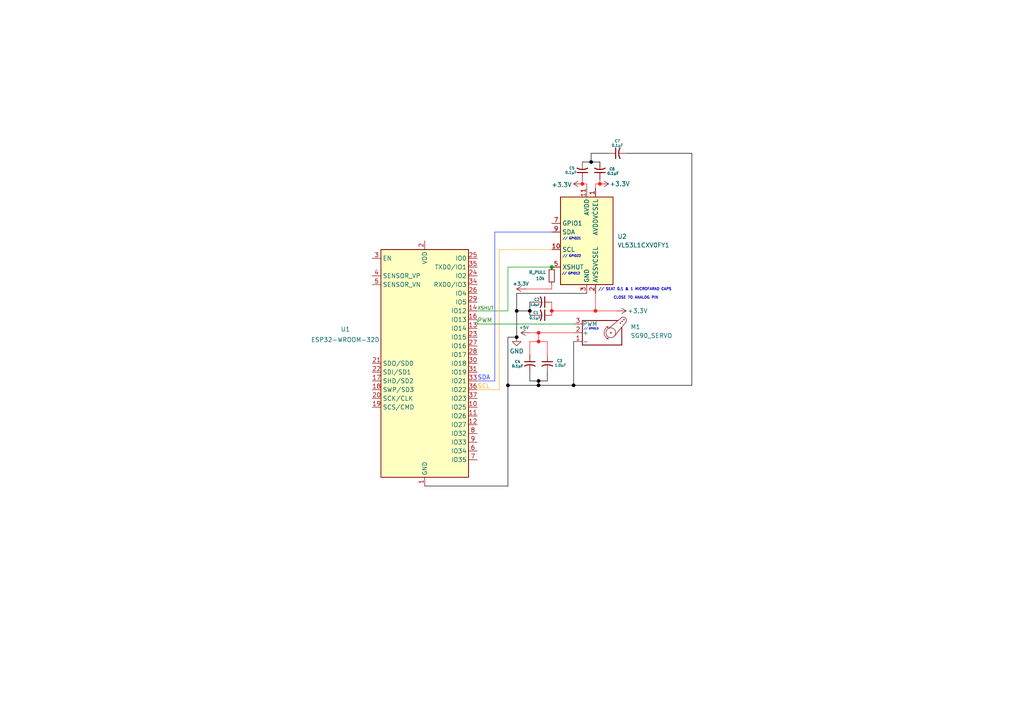
<source format=kicad_sch>
(kicad_sch
	(version 20250114)
	(generator "eeschema")
	(generator_version "9.0")
	(uuid "519532bd-c441-42df-8cc6-87451ae2e495")
	(paper "A4")
	(lib_symbols
		(symbol "Device:C_Small_US"
			(pin_numbers
				(hide yes)
			)
			(pin_names
				(offset 0.254)
				(hide yes)
			)
			(exclude_from_sim no)
			(in_bom yes)
			(on_board yes)
			(property "Reference" "C_DECOUPLE"
				(at -6.35 -0.127 90)
				(effects
					(font
						(size 0.762 0.762)
					)
				)
			)
			(property "Value" "0.1μF"
				(at -3.81 -0.127 90)
				(effects
					(font
						(size 0.762 0.762)
					)
				)
			)
			(property "Footprint" ""
				(at 0 0 0)
				(effects
					(font
						(size 1.27 1.27)
					)
					(hide yes)
				)
			)
			(property "Datasheet" ""
				(at 0 0 0)
				(effects
					(font
						(size 1.27 1.27)
					)
					(hide yes)
				)
			)
			(property "Description" "capacitor, small US symbol"
				(at 0 0 0)
				(effects
					(font
						(size 1.27 1.27)
					)
					(hide yes)
				)
			)
			(property "ki_keywords" "cap capacitor"
				(at 0 0 0)
				(effects
					(font
						(size 1.27 1.27)
					)
					(hide yes)
				)
			)
			(property "ki_fp_filters" "C_*"
				(at 0 0 0)
				(effects
					(font
						(size 1.27 1.27)
					)
					(hide yes)
				)
			)
			(symbol "C_Small_US_0_1"
				(polyline
					(pts
						(xy -1.524 0.508) (xy 1.524 0.508)
					)
					(stroke
						(width 0.3048)
						(type default)
					)
					(fill
						(type none)
					)
				)
				(arc
					(start -1.524 -0.762)
					(mid 0 -0.3734)
					(end 1.524 -0.762)
					(stroke
						(width 0.3048)
						(type default)
					)
					(fill
						(type none)
					)
				)
			)
			(symbol "C_Small_US_1_1"
				(pin passive line
					(at 0 2.54 270)
					(length 2.032)
					(name "~"
						(effects
							(font
								(size 1.27 1.27)
							)
						)
					)
					(number "1"
						(effects
							(font
								(size 1.27 1.27)
							)
						)
					)
				)
				(pin passive line
					(at 0 -2.54 90)
					(length 2.032)
					(name "~"
						(effects
							(font
								(size 1.27 1.27)
							)
						)
					)
					(number "2"
						(effects
							(font
								(size 1.27 1.27)
							)
						)
					)
				)
			)
			(embedded_fonts no)
		)
		(symbol "Device:R_Small"
			(pin_numbers
				(hide yes)
			)
			(pin_names
				(offset 0.254)
				(hide yes)
			)
			(exclude_from_sim no)
			(in_bom yes)
			(on_board yes)
			(property "Reference" "R"
				(at 0 0 90)
				(effects
					(font
						(size 1.016 1.016)
					)
				)
			)
			(property "Value" "R_Small"
				(at 1.778 0 90)
				(effects
					(font
						(size 1.27 1.27)
					)
				)
			)
			(property "Footprint" ""
				(at 0 0 0)
				(effects
					(font
						(size 1.27 1.27)
					)
					(hide yes)
				)
			)
			(property "Datasheet" "~"
				(at 0 0 0)
				(effects
					(font
						(size 1.27 1.27)
					)
					(hide yes)
				)
			)
			(property "Description" "Resistor, small symbol"
				(at 0 0 0)
				(effects
					(font
						(size 1.27 1.27)
					)
					(hide yes)
				)
			)
			(property "ki_keywords" "R resistor"
				(at 0 0 0)
				(effects
					(font
						(size 1.27 1.27)
					)
					(hide yes)
				)
			)
			(property "ki_fp_filters" "R_*"
				(at 0 0 0)
				(effects
					(font
						(size 1.27 1.27)
					)
					(hide yes)
				)
			)
			(symbol "R_Small_0_1"
				(rectangle
					(start -0.762 1.778)
					(end 0.762 -1.778)
					(stroke
						(width 0.2032)
						(type default)
					)
					(fill
						(type none)
					)
				)
			)
			(symbol "R_Small_1_1"
				(pin passive line
					(at 0 2.54 270)
					(length 0.762)
					(name "~"
						(effects
							(font
								(size 1.27 1.27)
							)
						)
					)
					(number "1"
						(effects
							(font
								(size 1.27 1.27)
							)
						)
					)
				)
				(pin passive line
					(at 0 -2.54 90)
					(length 0.762)
					(name "~"
						(effects
							(font
								(size 1.27 1.27)
							)
						)
					)
					(number "2"
						(effects
							(font
								(size 1.27 1.27)
							)
						)
					)
				)
			)
			(embedded_fonts no)
		)
		(symbol "Motor:Motor_Servo"
			(pin_names
				(offset 0.0254)
			)
			(exclude_from_sim no)
			(in_bom yes)
			(on_board yes)
			(property "Reference" "M1"
				(at 8.89 1.7032 0)
				(effects
					(font
						(size 1.27 1.27)
					)
					(justify left)
				)
			)
			(property "Value" "SG90_SERVO"
				(at 8.89 -0.8368 0)
				(effects
					(font
						(size 1.27 1.27)
					)
					(justify left)
				)
			)
			(property "Footprint" ""
				(at 0 -4.826 0)
				(effects
					(font
						(size 1.27 1.27)
					)
					(hide yes)
				)
			)
			(property "Datasheet" "http://forums.parallax.com/uploads/attachments/46831/74481.png"
				(at 0 -4.826 0)
				(effects
					(font
						(size 1.27 1.27)
					)
					(hide yes)
				)
			)
			(property "Description" "Servo Motor (Futaba, HiTec, JR connector)"
				(at 0 0 0)
				(effects
					(font
						(size 1.27 1.27)
					)
					(hide yes)
				)
			)
			(property "ki_keywords" "Servo Motor"
				(at 0 0 0)
				(effects
					(font
						(size 1.27 1.27)
					)
					(hide yes)
				)
			)
			(property "ki_fp_filters" "PinHeader*P2.54mm*"
				(at 0 0 0)
				(effects
					(font
						(size 1.27 1.27)
					)
					(hide yes)
				)
			)
			(symbol "Motor_Servo_0_1"
				(polyline
					(pts
						(xy 2.413 1.778) (xy 1.905 1.778)
					)
					(stroke
						(width 0)
						(type default)
					)
					(fill
						(type none)
					)
				)
				(polyline
					(pts
						(xy 2.413 1.778) (xy 2.286 1.397)
					)
					(stroke
						(width 0)
						(type default)
					)
					(fill
						(type none)
					)
				)
				(polyline
					(pts
						(xy 2.413 -1.778) (xy 2.032 -1.778)
					)
					(stroke
						(width 0)
						(type default)
					)
					(fill
						(type none)
					)
				)
				(polyline
					(pts
						(xy 2.413 -1.778) (xy 2.286 -1.397)
					)
					(stroke
						(width 0)
						(type default)
					)
					(fill
						(type none)
					)
				)
				(arc
					(start 2.413 -1.778)
					(mid 1.2406 0)
					(end 2.413 1.778)
					(stroke
						(width 0)
						(type default)
					)
					(fill
						(type none)
					)
				)
				(circle
					(center 3.175 0)
					(radius 0.1778)
					(stroke
						(width 0)
						(type default)
					)
					(fill
						(type none)
					)
				)
				(circle
					(center 3.175 0)
					(radius 1.4224)
					(stroke
						(width 0)
						(type default)
					)
					(fill
						(type none)
					)
				)
				(polyline
					(pts
						(xy 5.08 3.556) (xy -5.08 3.556) (xy -5.08 -3.556) (xy 6.35 -3.556) (xy 6.35 1.524)
					)
					(stroke
						(width 0.254)
						(type default)
					)
					(fill
						(type none)
					)
				)
				(circle
					(center 5.969 2.794)
					(radius 0.127)
					(stroke
						(width 0)
						(type default)
					)
					(fill
						(type none)
					)
				)
				(polyline
					(pts
						(xy 6.35 4.445) (xy 2.54 1.27)
					)
					(stroke
						(width 0)
						(type default)
					)
					(fill
						(type none)
					)
				)
				(circle
					(center 6.477 3.302)
					(radius 0.127)
					(stroke
						(width 0)
						(type default)
					)
					(fill
						(type none)
					)
				)
				(arc
					(start 6.35 4.445)
					(mid 7.4487 4.2737)
					(end 7.62 3.175)
					(stroke
						(width 0)
						(type default)
					)
					(fill
						(type none)
					)
				)
				(circle
					(center 6.985 3.81)
					(radius 0.127)
					(stroke
						(width 0)
						(type default)
					)
					(fill
						(type none)
					)
				)
				(polyline
					(pts
						(xy 7.62 3.175) (xy 4.191 -1.016)
					)
					(stroke
						(width 0)
						(type default)
					)
					(fill
						(type none)
					)
				)
			)
			(symbol "Motor_Servo_1_1"
				(pin passive line
					(at -7.62 2.54 0)
					(length 2.54)
					(name "PWM"
						(effects
							(font
								(size 1.27 1.27)
							)
						)
					)
					(number "3"
						(effects
							(font
								(size 1.27 1.27)
							)
						)
					)
				)
				(pin passive line
					(at -7.62 0 0)
					(length 2.54)
					(name "+"
						(effects
							(font
								(size 1.27 1.27)
							)
						)
					)
					(number "2"
						(effects
							(font
								(size 1.27 1.27)
							)
						)
					)
				)
				(pin passive line
					(at -7.62 -2.54 0)
					(length 2.54)
					(name "-"
						(effects
							(font
								(size 1.27 1.27)
							)
						)
					)
					(number "1"
						(effects
							(font
								(size 1.27 1.27)
							)
						)
					)
				)
			)
			(embedded_fonts no)
		)
		(symbol "RF_Module:ESP32-WROOM-32D"
			(exclude_from_sim no)
			(in_bom yes)
			(on_board yes)
			(property "Reference" "U"
				(at -12.7 34.29 0)
				(effects
					(font
						(size 1.27 1.27)
					)
					(justify left)
				)
			)
			(property "Value" "ESP32-WROOM-32D"
				(at 1.27 34.29 0)
				(effects
					(font
						(size 1.27 1.27)
					)
					(justify left)
				)
			)
			(property "Footprint" "RF_Module:ESP32-WROOM-32D"
				(at 16.51 -34.29 0)
				(effects
					(font
						(size 1.27 1.27)
					)
					(hide yes)
				)
			)
			(property "Datasheet" "https://www.espressif.com/sites/default/files/documentation/esp32-wroom-32d_esp32-wroom-32u_datasheet_en.pdf"
				(at -7.62 1.27 0)
				(effects
					(font
						(size 1.27 1.27)
					)
					(hide yes)
				)
			)
			(property "Description" "RF Module, ESP32-D0WD SoC, Wi-Fi 802.11b/g/n, Bluetooth, BLE, 32-bit, 2.7-3.6V, onboard antenna, SMD"
				(at 0 0 0)
				(effects
					(font
						(size 1.27 1.27)
					)
					(hide yes)
				)
			)
			(property "ki_keywords" "RF Radio BT ESP ESP32 Espressif onboard PCB antenna"
				(at 0 0 0)
				(effects
					(font
						(size 1.27 1.27)
					)
					(hide yes)
				)
			)
			(property "ki_fp_filters" "ESP32?WROOM?32D*"
				(at 0 0 0)
				(effects
					(font
						(size 1.27 1.27)
					)
					(hide yes)
				)
			)
			(symbol "ESP32-WROOM-32D_0_1"
				(rectangle
					(start -12.7 33.02)
					(end 12.7 -33.02)
					(stroke
						(width 0.254)
						(type default)
					)
					(fill
						(type background)
					)
				)
			)
			(symbol "ESP32-WROOM-32D_1_1"
				(pin input line
					(at -15.24 30.48 0)
					(length 2.54)
					(name "EN"
						(effects
							(font
								(size 1.27 1.27)
							)
						)
					)
					(number "3"
						(effects
							(font
								(size 1.27 1.27)
							)
						)
					)
				)
				(pin input line
					(at -15.24 25.4 0)
					(length 2.54)
					(name "SENSOR_VP"
						(effects
							(font
								(size 1.27 1.27)
							)
						)
					)
					(number "4"
						(effects
							(font
								(size 1.27 1.27)
							)
						)
					)
				)
				(pin input line
					(at -15.24 22.86 0)
					(length 2.54)
					(name "SENSOR_VN"
						(effects
							(font
								(size 1.27 1.27)
							)
						)
					)
					(number "5"
						(effects
							(font
								(size 1.27 1.27)
							)
						)
					)
				)
				(pin bidirectional line
					(at -15.24 0 0)
					(length 2.54)
					(name "SDO/SD0"
						(effects
							(font
								(size 1.27 1.27)
							)
						)
					)
					(number "21"
						(effects
							(font
								(size 1.27 1.27)
							)
						)
					)
				)
				(pin bidirectional line
					(at -15.24 -2.54 0)
					(length 2.54)
					(name "SDI/SD1"
						(effects
							(font
								(size 1.27 1.27)
							)
						)
					)
					(number "22"
						(effects
							(font
								(size 1.27 1.27)
							)
						)
					)
				)
				(pin bidirectional line
					(at -15.24 -5.08 0)
					(length 2.54)
					(name "SHD/SD2"
						(effects
							(font
								(size 1.27 1.27)
							)
						)
					)
					(number "17"
						(effects
							(font
								(size 1.27 1.27)
							)
						)
					)
				)
				(pin bidirectional line
					(at -15.24 -7.62 0)
					(length 2.54)
					(name "SWP/SD3"
						(effects
							(font
								(size 1.27 1.27)
							)
						)
					)
					(number "18"
						(effects
							(font
								(size 1.27 1.27)
							)
						)
					)
				)
				(pin bidirectional line
					(at -15.24 -10.16 0)
					(length 2.54)
					(name "SCK/CLK"
						(effects
							(font
								(size 1.27 1.27)
							)
						)
					)
					(number "20"
						(effects
							(font
								(size 1.27 1.27)
							)
						)
					)
				)
				(pin bidirectional line
					(at -15.24 -12.7 0)
					(length 2.54)
					(name "SCS/CMD"
						(effects
							(font
								(size 1.27 1.27)
							)
						)
					)
					(number "19"
						(effects
							(font
								(size 1.27 1.27)
							)
						)
					)
				)
				(pin no_connect line
					(at -12.7 -27.94 0)
					(length 2.54)
					(hide yes)
					(name "NC"
						(effects
							(font
								(size 1.27 1.27)
							)
						)
					)
					(number "32"
						(effects
							(font
								(size 1.27 1.27)
							)
						)
					)
				)
				(pin power_in line
					(at 0 35.56 270)
					(length 2.54)
					(name "VDD"
						(effects
							(font
								(size 1.27 1.27)
							)
						)
					)
					(number "2"
						(effects
							(font
								(size 1.27 1.27)
							)
						)
					)
				)
				(pin power_in line
					(at 0 -35.56 90)
					(length 2.54)
					(name "GND"
						(effects
							(font
								(size 1.27 1.27)
							)
						)
					)
					(number "1"
						(effects
							(font
								(size 1.27 1.27)
							)
						)
					)
				)
				(pin passive line
					(at 0 -35.56 90)
					(length 2.54)
					(hide yes)
					(name "GND"
						(effects
							(font
								(size 1.27 1.27)
							)
						)
					)
					(number "15"
						(effects
							(font
								(size 1.27 1.27)
							)
						)
					)
				)
				(pin passive line
					(at 0 -35.56 90)
					(length 2.54)
					(hide yes)
					(name "GND"
						(effects
							(font
								(size 1.27 1.27)
							)
						)
					)
					(number "38"
						(effects
							(font
								(size 1.27 1.27)
							)
						)
					)
				)
				(pin passive line
					(at 0 -35.56 90)
					(length 2.54)
					(hide yes)
					(name "GND"
						(effects
							(font
								(size 1.27 1.27)
							)
						)
					)
					(number "39"
						(effects
							(font
								(size 1.27 1.27)
							)
						)
					)
				)
				(pin bidirectional line
					(at 15.24 30.48 180)
					(length 2.54)
					(name "IO0"
						(effects
							(font
								(size 1.27 1.27)
							)
						)
					)
					(number "25"
						(effects
							(font
								(size 1.27 1.27)
							)
						)
					)
				)
				(pin bidirectional line
					(at 15.24 27.94 180)
					(length 2.54)
					(name "TXD0/IO1"
						(effects
							(font
								(size 1.27 1.27)
							)
						)
					)
					(number "35"
						(effects
							(font
								(size 1.27 1.27)
							)
						)
					)
				)
				(pin bidirectional line
					(at 15.24 25.4 180)
					(length 2.54)
					(name "IO2"
						(effects
							(font
								(size 1.27 1.27)
							)
						)
					)
					(number "24"
						(effects
							(font
								(size 1.27 1.27)
							)
						)
					)
				)
				(pin bidirectional line
					(at 15.24 22.86 180)
					(length 2.54)
					(name "RXD0/IO3"
						(effects
							(font
								(size 1.27 1.27)
							)
						)
					)
					(number "34"
						(effects
							(font
								(size 1.27 1.27)
							)
						)
					)
				)
				(pin bidirectional line
					(at 15.24 20.32 180)
					(length 2.54)
					(name "IO4"
						(effects
							(font
								(size 1.27 1.27)
							)
						)
					)
					(number "26"
						(effects
							(font
								(size 1.27 1.27)
							)
						)
					)
				)
				(pin bidirectional line
					(at 15.24 17.78 180)
					(length 2.54)
					(name "IO5"
						(effects
							(font
								(size 1.27 1.27)
							)
						)
					)
					(number "29"
						(effects
							(font
								(size 1.27 1.27)
							)
						)
					)
				)
				(pin bidirectional line
					(at 15.24 15.24 180)
					(length 2.54)
					(name "IO12"
						(effects
							(font
								(size 1.27 1.27)
							)
						)
					)
					(number "14"
						(effects
							(font
								(size 1.27 1.27)
							)
						)
					)
				)
				(pin bidirectional line
					(at 15.24 12.7 180)
					(length 2.54)
					(name "IO13"
						(effects
							(font
								(size 1.27 1.27)
							)
						)
					)
					(number "16"
						(effects
							(font
								(size 1.27 1.27)
							)
						)
					)
				)
				(pin bidirectional line
					(at 15.24 10.16 180)
					(length 2.54)
					(name "IO14"
						(effects
							(font
								(size 1.27 1.27)
							)
						)
					)
					(number "13"
						(effects
							(font
								(size 1.27 1.27)
							)
						)
					)
				)
				(pin bidirectional line
					(at 15.24 7.62 180)
					(length 2.54)
					(name "IO15"
						(effects
							(font
								(size 1.27 1.27)
							)
						)
					)
					(number "23"
						(effects
							(font
								(size 1.27 1.27)
							)
						)
					)
				)
				(pin bidirectional line
					(at 15.24 5.08 180)
					(length 2.54)
					(name "IO16"
						(effects
							(font
								(size 1.27 1.27)
							)
						)
					)
					(number "27"
						(effects
							(font
								(size 1.27 1.27)
							)
						)
					)
				)
				(pin bidirectional line
					(at 15.24 2.54 180)
					(length 2.54)
					(name "IO17"
						(effects
							(font
								(size 1.27 1.27)
							)
						)
					)
					(number "28"
						(effects
							(font
								(size 1.27 1.27)
							)
						)
					)
				)
				(pin bidirectional line
					(at 15.24 0 180)
					(length 2.54)
					(name "IO18"
						(effects
							(font
								(size 1.27 1.27)
							)
						)
					)
					(number "30"
						(effects
							(font
								(size 1.27 1.27)
							)
						)
					)
				)
				(pin bidirectional line
					(at 15.24 -2.54 180)
					(length 2.54)
					(name "IO19"
						(effects
							(font
								(size 1.27 1.27)
							)
						)
					)
					(number "31"
						(effects
							(font
								(size 1.27 1.27)
							)
						)
					)
				)
				(pin bidirectional line
					(at 15.24 -5.08 180)
					(length 2.54)
					(name "IO21"
						(effects
							(font
								(size 1.27 1.27)
							)
						)
					)
					(number "33"
						(effects
							(font
								(size 1.27 1.27)
							)
						)
					)
				)
				(pin bidirectional line
					(at 15.24 -7.62 180)
					(length 2.54)
					(name "IO22"
						(effects
							(font
								(size 1.27 1.27)
							)
						)
					)
					(number "36"
						(effects
							(font
								(size 1.27 1.27)
							)
						)
					)
				)
				(pin bidirectional line
					(at 15.24 -10.16 180)
					(length 2.54)
					(name "IO23"
						(effects
							(font
								(size 1.27 1.27)
							)
						)
					)
					(number "37"
						(effects
							(font
								(size 1.27 1.27)
							)
						)
					)
				)
				(pin bidirectional line
					(at 15.24 -12.7 180)
					(length 2.54)
					(name "IO25"
						(effects
							(font
								(size 1.27 1.27)
							)
						)
					)
					(number "10"
						(effects
							(font
								(size 1.27 1.27)
							)
						)
					)
				)
				(pin bidirectional line
					(at 15.24 -15.24 180)
					(length 2.54)
					(name "IO26"
						(effects
							(font
								(size 1.27 1.27)
							)
						)
					)
					(number "11"
						(effects
							(font
								(size 1.27 1.27)
							)
						)
					)
				)
				(pin bidirectional line
					(at 15.24 -17.78 180)
					(length 2.54)
					(name "IO27"
						(effects
							(font
								(size 1.27 1.27)
							)
						)
					)
					(number "12"
						(effects
							(font
								(size 1.27 1.27)
							)
						)
					)
				)
				(pin bidirectional line
					(at 15.24 -20.32 180)
					(length 2.54)
					(name "IO32"
						(effects
							(font
								(size 1.27 1.27)
							)
						)
					)
					(number "8"
						(effects
							(font
								(size 1.27 1.27)
							)
						)
					)
				)
				(pin bidirectional line
					(at 15.24 -22.86 180)
					(length 2.54)
					(name "IO33"
						(effects
							(font
								(size 1.27 1.27)
							)
						)
					)
					(number "9"
						(effects
							(font
								(size 1.27 1.27)
							)
						)
					)
				)
				(pin input line
					(at 15.24 -25.4 180)
					(length 2.54)
					(name "IO34"
						(effects
							(font
								(size 1.27 1.27)
							)
						)
					)
					(number "6"
						(effects
							(font
								(size 1.27 1.27)
							)
						)
					)
				)
				(pin input line
					(at 15.24 -27.94 180)
					(length 2.54)
					(name "IO35"
						(effects
							(font
								(size 1.27 1.27)
							)
						)
					)
					(number "7"
						(effects
							(font
								(size 1.27 1.27)
							)
						)
					)
				)
			)
			(embedded_fonts no)
		)
		(symbol "Sensor_Distance:VL53L1CXV0FY1"
			(exclude_from_sim no)
			(in_bom yes)
			(on_board yes)
			(property "Reference" "U2"
				(at 8.89 1.2701 0)
				(effects
					(font
						(size 1.27 1.27)
					)
					(justify left)
				)
			)
			(property "Value" "VL53L1CXV0FY1"
				(at 8.89 -1.2699 0)
				(effects
					(font
						(size 1.27 1.27)
					)
					(justify left)
				)
			)
			(property "Footprint" "Sensor_Distance:ST_VL53L1x"
				(at 17.145 -13.97 0)
				(effects
					(font
						(size 1.27 1.27)
					)
					(hide yes)
				)
			)
			(property "Datasheet" "https://www.st.com/resource/en/datasheet/vl53l1x.pdf"
				(at 2.54 0 0)
				(effects
					(font
						(size 1.27 1.27)
					)
					(hide yes)
				)
			)
			(property "Description" "4m distance ranging ToF sensor, Optical LGA12"
				(at 0 0 0)
				(effects
					(font
						(size 1.27 1.27)
					)
					(hide yes)
				)
			)
			(property "ki_keywords" "VL53L1x ToF"
				(at 0 0 0)
				(effects
					(font
						(size 1.27 1.27)
					)
					(hide yes)
				)
			)
			(property "ki_fp_filters" "ST*VL53L1x*"
				(at 0 0 0)
				(effects
					(font
						(size 1.27 1.27)
					)
					(hide yes)
				)
			)
			(symbol "VL53L1CXV0FY1_0_1"
				(rectangle
					(start -7.62 12.7)
					(end 7.62 -12.7)
					(stroke
						(width 0.254)
						(type default)
					)
					(fill
						(type background)
					)
				)
			)
			(symbol "VL53L1CXV0FY1_1_1"
				(pin open_collector line
					(at -10.16 5.08 0)
					(length 2.54)
					(name "GPIO1"
						(effects
							(font
								(size 1.27 1.27)
							)
						)
					)
					(number "7"
						(effects
							(font
								(size 1.27 1.27)
							)
						)
					)
				)
				(pin bidirectional line
					(at -10.16 2.54 0)
					(length 2.54)
					(name "SDA"
						(effects
							(font
								(size 1.27 1.27)
							)
						)
					)
					(number "9"
						(effects
							(font
								(size 1.27 1.27)
							)
						)
					)
				)
				(pin input line
					(at -10.16 -2.54 0)
					(length 2.54)
					(name "SCL"
						(effects
							(font
								(size 1.27 1.27)
							)
						)
					)
					(number "10"
						(effects
							(font
								(size 1.27 1.27)
							)
						)
					)
				)
				(pin input line
					(at -10.16 -7.62 0)
					(length 2.54)
					(name "XSHUT"
						(effects
							(font
								(size 1.27 1.27)
							)
						)
					)
					(number "5"
						(effects
							(font
								(size 1.27 1.27)
							)
						)
					)
				)
				(pin no_connect line
					(at -7.62 7.62 0)
					(length 2.54)
					(hide yes)
					(name "DNC"
						(effects
							(font
								(size 1.27 1.27)
							)
						)
					)
					(number "8"
						(effects
							(font
								(size 1.27 1.27)
							)
						)
					)
				)
				(pin power_in line
					(at 0 15.24 270)
					(length 2.54)
					(name "AVDD"
						(effects
							(font
								(size 1.27 1.27)
							)
						)
					)
					(number "11"
						(effects
							(font
								(size 1.27 1.27)
							)
						)
					)
				)
				(pin passive line
					(at 0 -15.24 90)
					(length 2.54)
					(hide yes)
					(name "GND"
						(effects
							(font
								(size 1.27 1.27)
							)
						)
					)
					(number "12"
						(effects
							(font
								(size 1.27 1.27)
							)
						)
					)
				)
				(pin power_in line
					(at 0 -15.24 90)
					(length 2.54)
					(name "GND"
						(effects
							(font
								(size 1.27 1.27)
							)
						)
					)
					(number "3"
						(effects
							(font
								(size 1.27 1.27)
							)
						)
					)
				)
				(pin passive line
					(at 0 -15.24 90)
					(length 2.54)
					(hide yes)
					(name "GND"
						(effects
							(font
								(size 1.27 1.27)
							)
						)
					)
					(number "4"
						(effects
							(font
								(size 1.27 1.27)
							)
						)
					)
				)
				(pin passive line
					(at 0 -15.24 90)
					(length 2.54)
					(hide yes)
					(name "GND"
						(effects
							(font
								(size 1.27 1.27)
							)
						)
					)
					(number "6"
						(effects
							(font
								(size 1.27 1.27)
							)
						)
					)
				)
				(pin power_in line
					(at 2.54 15.24 270)
					(length 2.54)
					(name "AVDDVCSEL"
						(effects
							(font
								(size 1.27 1.27)
							)
						)
					)
					(number "1"
						(effects
							(font
								(size 1.27 1.27)
							)
						)
					)
				)
				(pin power_in line
					(at 2.54 -15.24 90)
					(length 2.54)
					(name "AVSSVCSEL"
						(effects
							(font
								(size 1.27 1.27)
							)
						)
					)
					(number "2"
						(effects
							(font
								(size 1.27 1.27)
							)
						)
					)
				)
			)
			(embedded_fonts no)
		)
		(symbol "power:+3.3V"
			(power)
			(pin_numbers
				(hide yes)
			)
			(pin_names
				(offset 0)
				(hide yes)
			)
			(exclude_from_sim no)
			(in_bom yes)
			(on_board yes)
			(property "Reference" "#PWR"
				(at 0 -3.81 0)
				(effects
					(font
						(size 1.27 1.27)
					)
					(hide yes)
				)
			)
			(property "Value" "+3.3V"
				(at 0 3.556 0)
				(effects
					(font
						(size 1.27 1.27)
					)
				)
			)
			(property "Footprint" ""
				(at 0 0 0)
				(effects
					(font
						(size 1.27 1.27)
					)
					(hide yes)
				)
			)
			(property "Datasheet" ""
				(at 0 0 0)
				(effects
					(font
						(size 1.27 1.27)
					)
					(hide yes)
				)
			)
			(property "Description" "Power symbol creates a global label with name \"+3.3V\""
				(at 0 0 0)
				(effects
					(font
						(size 1.27 1.27)
					)
					(hide yes)
				)
			)
			(property "ki_keywords" "global power"
				(at 0 0 0)
				(effects
					(font
						(size 1.27 1.27)
					)
					(hide yes)
				)
			)
			(symbol "+3.3V_0_1"
				(polyline
					(pts
						(xy -0.762 1.27) (xy 0 2.54)
					)
					(stroke
						(width 0)
						(type default)
					)
					(fill
						(type none)
					)
				)
				(polyline
					(pts
						(xy 0 2.54) (xy 0.762 1.27)
					)
					(stroke
						(width 0)
						(type default)
					)
					(fill
						(type none)
					)
				)
				(polyline
					(pts
						(xy 0 0) (xy 0 2.54)
					)
					(stroke
						(width 0)
						(type default)
					)
					(fill
						(type none)
					)
				)
			)
			(symbol "+3.3V_1_1"
				(pin power_in line
					(at 0 0 90)
					(length 0)
					(name "~"
						(effects
							(font
								(size 1.27 1.27)
							)
						)
					)
					(number "1"
						(effects
							(font
								(size 1.27 1.27)
							)
						)
					)
				)
			)
			(embedded_fonts no)
		)
		(symbol "power:+5V"
			(power)
			(pin_numbers
				(hide yes)
			)
			(pin_names
				(offset 0)
				(hide yes)
			)
			(exclude_from_sim no)
			(in_bom yes)
			(on_board yes)
			(property "Reference" "#PWR"
				(at 0 -3.81 0)
				(effects
					(font
						(size 1.27 1.27)
					)
					(hide yes)
				)
			)
			(property "Value" "+5V"
				(at 0 3.556 0)
				(effects
					(font
						(size 1.27 1.27)
					)
				)
			)
			(property "Footprint" ""
				(at 0 0 0)
				(effects
					(font
						(size 1.27 1.27)
					)
					(hide yes)
				)
			)
			(property "Datasheet" ""
				(at 0 0 0)
				(effects
					(font
						(size 1.27 1.27)
					)
					(hide yes)
				)
			)
			(property "Description" "Power symbol creates a global label with name \"+5V\""
				(at 0 0 0)
				(effects
					(font
						(size 1.27 1.27)
					)
					(hide yes)
				)
			)
			(property "ki_keywords" "global power"
				(at 0 0 0)
				(effects
					(font
						(size 1.27 1.27)
					)
					(hide yes)
				)
			)
			(symbol "+5V_0_1"
				(polyline
					(pts
						(xy -0.762 1.27) (xy 0 2.54)
					)
					(stroke
						(width 0)
						(type default)
					)
					(fill
						(type none)
					)
				)
				(polyline
					(pts
						(xy 0 2.54) (xy 0.762 1.27)
					)
					(stroke
						(width 0)
						(type default)
					)
					(fill
						(type none)
					)
				)
				(polyline
					(pts
						(xy 0 0) (xy 0 2.54)
					)
					(stroke
						(width 0)
						(type default)
					)
					(fill
						(type none)
					)
				)
			)
			(symbol "+5V_1_1"
				(pin power_in line
					(at 0 0 90)
					(length 0)
					(name "~"
						(effects
							(font
								(size 1.27 1.27)
							)
						)
					)
					(number "1"
						(effects
							(font
								(size 1.27 1.27)
							)
						)
					)
				)
			)
			(embedded_fonts no)
		)
		(symbol "power:GND"
			(power)
			(pin_numbers
				(hide yes)
			)
			(pin_names
				(offset 0)
				(hide yes)
			)
			(exclude_from_sim no)
			(in_bom yes)
			(on_board yes)
			(property "Reference" "#PWR"
				(at 0 -6.35 0)
				(effects
					(font
						(size 1.27 1.27)
					)
					(hide yes)
				)
			)
			(property "Value" "GND"
				(at 0 -3.81 0)
				(effects
					(font
						(size 1.27 1.27)
					)
				)
			)
			(property "Footprint" ""
				(at 0 0 0)
				(effects
					(font
						(size 1.27 1.27)
					)
					(hide yes)
				)
			)
			(property "Datasheet" ""
				(at 0 0 0)
				(effects
					(font
						(size 1.27 1.27)
					)
					(hide yes)
				)
			)
			(property "Description" "Power symbol creates a global label with name \"GND\" , ground"
				(at 0 0 0)
				(effects
					(font
						(size 1.27 1.27)
					)
					(hide yes)
				)
			)
			(property "ki_keywords" "global power"
				(at 0 0 0)
				(effects
					(font
						(size 1.27 1.27)
					)
					(hide yes)
				)
			)
			(symbol "GND_0_1"
				(polyline
					(pts
						(xy 0 0) (xy 0 -1.27) (xy 1.27 -1.27) (xy 0 -2.54) (xy -1.27 -1.27) (xy 0 -1.27)
					)
					(stroke
						(width 0)
						(type default)
					)
					(fill
						(type none)
					)
				)
			)
			(symbol "GND_1_1"
				(pin power_in line
					(at 0 0 270)
					(length 0)
					(name "~"
						(effects
							(font
								(size 1.27 1.27)
							)
						)
					)
					(number "1"
						(effects
							(font
								(size 1.27 1.27)
							)
						)
					)
				)
			)
			(embedded_fonts no)
		)
	)
	(text "// GPIO21"
		(exclude_from_sim no)
		(at 165.862 69.342 0)
		(effects
			(font
				(size 0.635 0.635)
			)
		)
		(uuid "4131e7f6-717a-44ca-982a-d8e2a7297cf9")
	)
	(text "// GPIO12"
		(exclude_from_sim no)
		(at 165.608 79.502 0)
		(effects
			(font
				(size 0.635 0.635)
			)
		)
		(uuid "64a72ea4-0ee4-4a1c-9540-4742fcf8c1eb")
	)
	(text "// SEAT 0.1 & 1 MICROFARAD CAPS\n\n CLOSE TO ANALOG PIN\n\n"
		(exclude_from_sim no)
		(at 184.15 85.852 0)
		(effects
			(font
				(size 0.762 0.762)
			)
		)
		(uuid "74484a93-1d5d-4149-b34c-403308920dc6")
	)
	(text "// GPIO13"
		(exclude_from_sim no)
		(at 171.45 95.504 0)
		(effects
			(font
				(size 0.508 0.508)
			)
		)
		(uuid "7dc506a7-607e-4bb4-9d17-a539f7b9e68e")
	)
	(text "// GPIO22"
		(exclude_from_sim no)
		(at 165.862 74.422 0)
		(effects
			(font
				(size 0.635 0.635)
			)
		)
		(uuid "80b9d276-88bc-49d1-9616-698973cfa646")
	)
	(junction
		(at 160.02 90.17)
		(diameter 0)
		(color 255 23 25 1)
		(uuid "046d8b01-65cc-4b7a-a2e5-92f20621be52")
	)
	(junction
		(at 172.72 90.17)
		(diameter 0)
		(color 255 23 25 1)
		(uuid "0b800128-97f1-408e-85f3-85d2347f264b")
	)
	(junction
		(at 156.21 110.49)
		(diameter 0)
		(color 0 0 0 1)
		(uuid "19873ff4-2a87-4f80-a6d1-62a4e46ab14d")
	)
	(junction
		(at 153.67 90.17)
		(diameter 0)
		(color 0 0 0 1)
		(uuid "1d520bed-de09-40f1-8c90-ba07bfcb8afe")
	)
	(junction
		(at 166.37 111.76)
		(diameter 0)
		(color 0 0 0 1)
		(uuid "317e605f-e29f-4ea4-805e-234f537ad247")
	)
	(junction
		(at 149.86 97.79)
		(diameter 0)
		(color 0 0 0 1)
		(uuid "3743e92d-78f9-49d7-bd87-5f45724b4588")
	)
	(junction
		(at 173.99 53.34)
		(diameter 0)
		(color 255 23 25 1)
		(uuid "4b02ff0f-0d09-4998-823d-3f956e9a29e1")
	)
	(junction
		(at 147.32 111.76)
		(diameter 0)
		(color 0 0 0 1)
		(uuid "4bfcfb32-96b7-47ee-859f-162965725d3d")
	)
	(junction
		(at 160.02 77.47)
		(diameter 0)
		(color 0 0 0 0)
		(uuid "8157d2c2-14ff-4885-bed2-c67f1ccfd7ad")
	)
	(junction
		(at 156.21 96.52)
		(diameter 0)
		(color 255 23 25 1)
		(uuid "b7a57a12-9c99-4ace-9b51-a0ff4d1d1b37")
	)
	(junction
		(at 149.86 90.17)
		(diameter 0)
		(color 0 0 0 1)
		(uuid "c2c9aeed-fec8-4e0f-8f4e-464cbf829eab")
	)
	(junction
		(at 156.21 111.76)
		(diameter 0)
		(color 0 0 0 1)
		(uuid "c80ba5f4-253a-43f7-8bcd-89bb4ca20c1b")
	)
	(junction
		(at 171.45 46.99)
		(diameter 0)
		(color 0 0 0 1)
		(uuid "d088b5bf-004a-4200-aaba-0cc49c51350b")
	)
	(junction
		(at 156.21 99.06)
		(diameter 0)
		(color 255 23 25 1)
		(uuid "e36c9291-9b1b-4dcf-be6d-4e502392fb0b")
	)
	(junction
		(at 168.91 53.34)
		(diameter 0)
		(color 255 23 25 1)
		(uuid "e8a5e1ac-5f08-4660-89a4-1563aa66dda9")
	)
	(wire
		(pts
			(xy 168.91 53.34) (xy 170.18 53.34)
		)
		(stroke
			(width 0)
			(type default)
			(color 255 23 25 1)
		)
		(uuid "026b6150-923a-4cf0-bc70-491a43cf142a")
	)
	(wire
		(pts
			(xy 143.51 110.49) (xy 138.43 110.49)
		)
		(stroke
			(width 0)
			(type default)
			(color 33 52 255 1)
		)
		(uuid "0d7efe7c-0738-46ae-968f-67af1a515ce7")
	)
	(wire
		(pts
			(xy 153.67 90.17) (xy 153.67 87.63)
		)
		(stroke
			(width 0)
			(type default)
			(color 0 0 0 1)
		)
		(uuid "0f2d4ee4-10cb-41fc-b442-3016731175d9")
	)
	(wire
		(pts
			(xy 168.91 46.99) (xy 171.45 46.99)
		)
		(stroke
			(width 0)
			(type default)
			(color 0 0 0 1)
		)
		(uuid "13216938-2ad6-4829-8fce-69de75c02d83")
	)
	(wire
		(pts
			(xy 156.21 110.49) (xy 153.67 110.49)
		)
		(stroke
			(width 0)
			(type default)
			(color 0 0 0 1)
		)
		(uuid "149641f4-2ac7-485c-ad98-cf5eb3c6d74f")
	)
	(wire
		(pts
			(xy 158.75 99.06) (xy 158.75 102.87)
		)
		(stroke
			(width 0)
			(type default)
			(color 255 23 25 1)
		)
		(uuid "193237b1-72e9-481f-91f8-b0bb9a7f4d84")
	)
	(wire
		(pts
			(xy 149.86 90.17) (xy 153.67 90.17)
		)
		(stroke
			(width 0)
			(type default)
			(color 0 0 0 1)
		)
		(uuid "1af80619-e06d-4473-8a12-3bfe9ca6f2cf")
	)
	(wire
		(pts
			(xy 152.4 83.82) (xy 160.02 83.82)
		)
		(stroke
			(width 0)
			(type default)
			(color 255 23 25 1)
		)
		(uuid "1cb5f48d-6d3e-4176-9135-670cbaa463a4")
	)
	(wire
		(pts
			(xy 147.32 77.47) (xy 147.32 90.17)
		)
		(stroke
			(width 0)
			(type default)
		)
		(uuid "1d8115f0-222a-4c47-a8e2-e99d7320ad0f")
	)
	(wire
		(pts
			(xy 156.21 111.76) (xy 166.37 111.76)
		)
		(stroke
			(width 0)
			(type default)
			(color 0 0 0 1)
		)
		(uuid "2c21e77a-41ac-471a-ae06-b12ded58ddc6")
	)
	(wire
		(pts
			(xy 156.21 111.76) (xy 156.21 110.49)
		)
		(stroke
			(width 0)
			(type default)
			(color 0 0 0 1)
		)
		(uuid "363529a7-1604-4900-b0fd-c60a93fd31cf")
	)
	(wire
		(pts
			(xy 153.67 99.06) (xy 156.21 99.06)
		)
		(stroke
			(width 0)
			(type default)
			(color 255 23 25 1)
		)
		(uuid "3ba7b80d-81e7-4a54-a2e6-41b8dcdf3020")
	)
	(wire
		(pts
			(xy 200.66 44.45) (xy 200.66 111.76)
		)
		(stroke
			(width 0)
			(type default)
			(color 0 0 0 1)
		)
		(uuid "40d43dda-9d5b-4d8a-830c-f7f57740779e")
	)
	(wire
		(pts
			(xy 153.67 90.17) (xy 153.67 91.44)
		)
		(stroke
			(width 0)
			(type default)
			(color 0 0 0 1)
		)
		(uuid "4901ed09-2dad-4dfa-9fe9-d2689e3e5218")
	)
	(wire
		(pts
			(xy 153.67 96.52) (xy 156.21 96.52)
		)
		(stroke
			(width 0)
			(type default)
			(color 255 23 25 1)
		)
		(uuid "55e10959-1c1c-4b6b-a9dc-f2d01c7a4f11")
	)
	(wire
		(pts
			(xy 138.43 93.98) (xy 138.43 92.71)
		)
		(stroke
			(width 0.1778)
			(type default)
		)
		(uuid "56a6f054-e56b-4012-b768-360132072844")
	)
	(wire
		(pts
			(xy 149.86 90.17) (xy 149.86 97.79)
		)
		(stroke
			(width 0)
			(type default)
			(color 0 0 0 1)
		)
		(uuid "59d023a8-1afa-49b6-a594-cce0ffd5923a")
	)
	(wire
		(pts
			(xy 156.21 99.06) (xy 158.75 99.06)
		)
		(stroke
			(width 0)
			(type default)
			(color 255 23 25 1)
		)
		(uuid "5a91afd7-f827-4627-bb54-fdba8a65190d")
	)
	(wire
		(pts
			(xy 172.72 53.34) (xy 172.72 54.61)
		)
		(stroke
			(width 0)
			(type default)
			(color 255 23 25 1)
		)
		(uuid "5d10d628-c26f-4b45-b952-dc1e6acce49c")
	)
	(wire
		(pts
			(xy 123.19 140.97) (xy 147.32 140.97)
		)
		(stroke
			(width 0)
			(type default)
			(color 0 0 0 1)
		)
		(uuid "5f6d2fbe-6b64-4d79-ba40-6c7ada09876a")
	)
	(wire
		(pts
			(xy 138.43 93.98) (xy 166.37 93.98)
		)
		(stroke
			(width 0.1778)
			(type default)
		)
		(uuid "614d6fd2-3c02-486e-98a3-75e20e9aab4a")
	)
	(wire
		(pts
			(xy 143.51 67.31) (xy 160.02 67.31)
		)
		(stroke
			(width 0)
			(type default)
			(color 33 52 255 1)
		)
		(uuid "65b9189d-90c8-40b3-a91c-2219b4dc9315")
	)
	(wire
		(pts
			(xy 160.02 90.17) (xy 160.02 91.44)
		)
		(stroke
			(width 0)
			(type default)
			(color 255 23 25 1)
		)
		(uuid "68c032a9-0eee-4197-800b-7d98822453be")
	)
	(wire
		(pts
			(xy 153.67 99.06) (xy 153.67 102.87)
		)
		(stroke
			(width 0)
			(type default)
			(color 255 23 25 1)
		)
		(uuid "7476cd0f-5bdc-42b9-be92-f510cacf036e")
	)
	(wire
		(pts
			(xy 144.78 72.39) (xy 144.78 113.03)
		)
		(stroke
			(width 0)
			(type default)
			(color 255 172 16 1)
		)
		(uuid "7ce57c64-da2d-4114-afbc-3a41c25a6b80")
	)
	(wire
		(pts
			(xy 172.72 53.34) (xy 173.99 53.34)
		)
		(stroke
			(width 0)
			(type default)
			(color 255 23 25 1)
		)
		(uuid "857e410d-848b-4c2b-b6fb-af934f181fa1")
	)
	(wire
		(pts
			(xy 160.02 83.82) (xy 160.02 82.55)
		)
		(stroke
			(width 0)
			(type default)
			(color 255 23 25 1)
		)
		(uuid "8961d1b9-143e-4240-96ed-1eb91d54a3aa")
	)
	(wire
		(pts
			(xy 166.37 111.76) (xy 200.66 111.76)
		)
		(stroke
			(width 0)
			(type default)
			(color 0 0 0 1)
		)
		(uuid "8c3cb1d0-09ea-401a-a661-fd177456e0c2")
	)
	(wire
		(pts
			(xy 149.86 85.09) (xy 170.18 85.09)
		)
		(stroke
			(width 0)
			(type default)
			(color 0 0 0 1)
		)
		(uuid "8c5a9042-ddf2-4475-bebf-befc68142f34")
	)
	(wire
		(pts
			(xy 156.21 96.52) (xy 156.21 99.06)
		)
		(stroke
			(width 0)
			(type default)
			(color 255 23 25 1)
		)
		(uuid "90f1563e-faac-4216-9e2c-555734ada540")
	)
	(wire
		(pts
			(xy 158.75 107.95) (xy 158.75 110.49)
		)
		(stroke
			(width 0)
			(type default)
			(color 0 0 0 1)
		)
		(uuid "96a1cbd4-f484-464f-88f7-8b31a30e1142")
	)
	(wire
		(pts
			(xy 156.21 96.52) (xy 166.37 96.52)
		)
		(stroke
			(width 0)
			(type default)
			(color 255 23 25 1)
		)
		(uuid "a3241b4f-5335-455f-bc7f-23d8653bafde")
	)
	(wire
		(pts
			(xy 147.32 97.79) (xy 149.86 97.79)
		)
		(stroke
			(width 0)
			(type default)
			(color 0 0 0 1)
		)
		(uuid "a48cb6d0-499a-4663-a37b-6fa0363b4298")
	)
	(wire
		(pts
			(xy 171.45 46.99) (xy 171.45 44.45)
		)
		(stroke
			(width 0)
			(type default)
			(color 0 0 0 1)
		)
		(uuid "a5ccfdc5-aa98-4264-b267-e3a7fbabc6ca")
	)
	(wire
		(pts
			(xy 172.72 90.17) (xy 172.72 85.09)
		)
		(stroke
			(width 0)
			(type default)
			(color 255 23 25 1)
		)
		(uuid "b011aee8-d744-4e7c-bff4-770cfacbf51f")
	)
	(wire
		(pts
			(xy 173.99 52.07) (xy 173.99 53.34)
		)
		(stroke
			(width 0)
			(type default)
			(color 255 23 25 1)
		)
		(uuid "ba0df149-6873-4f73-96cb-54cf110cbf55")
	)
	(wire
		(pts
			(xy 168.91 52.07) (xy 168.91 53.34)
		)
		(stroke
			(width 0)
			(type default)
			(color 255 23 25 1)
		)
		(uuid "bc66f6b1-64ba-4139-ac72-bceb59ebac66")
	)
	(wire
		(pts
			(xy 138.43 113.03) (xy 144.78 113.03)
		)
		(stroke
			(width 0)
			(type default)
			(color 255 172 16 1)
		)
		(uuid "c1f2602c-deaa-4786-869b-43ec586ad4f8")
	)
	(wire
		(pts
			(xy 153.67 107.95) (xy 153.67 110.49)
		)
		(stroke
			(width 0)
			(type default)
			(color 0 0 0 1)
		)
		(uuid "c28d0d55-968c-4fed-be7d-ee8b574f9ebe")
	)
	(wire
		(pts
			(xy 160.02 90.17) (xy 172.72 90.17)
		)
		(stroke
			(width 0)
			(type default)
			(color 255 23 25 1)
		)
		(uuid "c6785797-2f26-43bd-b817-dafaeca7bd0c")
	)
	(wire
		(pts
			(xy 172.72 90.17) (xy 179.07 90.17)
		)
		(stroke
			(width 0)
			(type default)
			(color 255 23 25 1)
		)
		(uuid "c80713e2-a80e-4214-8bce-6370edadaaf8")
	)
	(wire
		(pts
			(xy 138.43 90.17) (xy 147.32 90.17)
		)
		(stroke
			(width 0)
			(type default)
		)
		(uuid "c98e3712-d2e4-4a10-9ccf-d86a63530a78")
	)
	(wire
		(pts
			(xy 170.18 53.34) (xy 170.18 54.61)
		)
		(stroke
			(width 0)
			(type default)
			(color 255 23 25 1)
		)
		(uuid "cd27692f-dcbc-4ad3-886b-f35211cb45a6")
	)
	(wire
		(pts
			(xy 147.32 111.76) (xy 156.21 111.76)
		)
		(stroke
			(width 0)
			(type default)
			(color 0 0 0 1)
		)
		(uuid "d082bd95-643d-4cfa-a739-0b9876359206")
	)
	(wire
		(pts
			(xy 171.45 46.99) (xy 173.99 46.99)
		)
		(stroke
			(width 0)
			(type default)
			(color 0 0 0 1)
		)
		(uuid "d4423fe2-75d9-43d4-b749-054053d1c608")
	)
	(wire
		(pts
			(xy 147.32 140.97) (xy 147.32 111.76)
		)
		(stroke
			(width 0)
			(type default)
			(color 0 0 0 1)
		)
		(uuid "d5748403-102b-4a5e-8a67-b54b0ae35f3c")
	)
	(wire
		(pts
			(xy 171.45 44.45) (xy 176.53 44.45)
		)
		(stroke
			(width 0)
			(type default)
			(color 0 0 0 1)
		)
		(uuid "d5b33997-d120-411e-bfbd-38fd6acdb475")
	)
	(wire
		(pts
			(xy 160.02 77.47) (xy 147.32 77.47)
		)
		(stroke
			(width 0)
			(type default)
		)
		(uuid "d763f07b-ff2c-4068-8bec-6235b6c1fed7")
	)
	(wire
		(pts
			(xy 160.02 72.39) (xy 144.78 72.39)
		)
		(stroke
			(width 0)
			(type default)
			(color 255 172 16 1)
		)
		(uuid "d86198cd-2aed-4813-b882-aaedcedcca11")
	)
	(wire
		(pts
			(xy 166.37 99.06) (xy 166.37 111.76)
		)
		(stroke
			(width 0)
			(type default)
			(color 0 0 0 1)
		)
		(uuid "df58f9fe-7e17-4a36-8446-2aac15f8ea8c")
	)
	(wire
		(pts
			(xy 143.51 67.31) (xy 143.51 110.49)
		)
		(stroke
			(width 0)
			(type default)
			(color 33 52 255 1)
		)
		(uuid "df70e0d0-c632-4398-bbc4-29003c914319")
	)
	(wire
		(pts
			(xy 149.86 85.09) (xy 149.86 90.17)
		)
		(stroke
			(width 0)
			(type default)
			(color 0 0 0 1)
		)
		(uuid "e1ec34a8-7685-44d0-bc9c-d473c636ea14")
	)
	(wire
		(pts
			(xy 153.67 91.44) (xy 154.94 91.44)
		)
		(stroke
			(width 0)
			(type default)
			(color 0 0 0 1)
		)
		(uuid "e8271908-183f-4bb3-9db1-903e73078e3d")
	)
	(wire
		(pts
			(xy 181.61 44.45) (xy 200.66 44.45)
		)
		(stroke
			(width 0)
			(type default)
			(color 0 0 0 1)
		)
		(uuid "e88ef1d4-cc4c-4c01-97d2-d2b4894bf220")
	)
	(wire
		(pts
			(xy 160.02 87.63) (xy 160.02 90.17)
		)
		(stroke
			(width 0)
			(type default)
			(color 255 23 25 1)
		)
		(uuid "ea0804a6-9d9a-4170-9757-bbb878aa1021")
	)
	(wire
		(pts
			(xy 147.32 97.79) (xy 147.32 111.76)
		)
		(stroke
			(width 0)
			(type default)
			(color 0 0 0 1)
		)
		(uuid "ee83b345-fd76-488f-855d-30e3901bb0e1")
	)
	(wire
		(pts
			(xy 153.67 87.63) (xy 154.94 87.63)
		)
		(stroke
			(width 0)
			(type default)
			(color 0 0 0 1)
		)
		(uuid "f66888e7-e124-48a0-be6e-5d444b5000a5")
	)
	(wire
		(pts
			(xy 156.21 110.49) (xy 158.75 110.49)
		)
		(stroke
			(width 0)
			(type default)
			(color 0 0 0 1)
		)
		(uuid "fe8d2b85-f3c8-4692-9d84-70ac6c7e997d")
	)
	(label "XSHUT"
		(at 138.43 90.17 0)
		(effects
			(font
				(size 0.9652 0.9652)
				(color 42 123 34 1)
			)
			(justify left bottom)
		)
		(uuid "4804daab-98fd-442b-b2b5-3b65a84a323f")
	)
	(label "PWM"
		(at 138.43 93.98 0)
		(effects
			(font
				(size 1.27 1.27)
				(color 42 123 34 1)
			)
			(justify left bottom)
		)
		(uuid "7838d573-0912-4f6c-a27f-e4191d8d9dc8")
	)
	(label "SDA"
		(at 142.24 110.49 180)
		(effects
			(font
				(size 1.27 1.27)
				(color 33 52 255 1)
			)
			(justify right bottom)
		)
		(uuid "8b7960f9-9004-49f9-8308-2cccd2688023")
	)
	(label "SCL"
		(at 138.43 113.03 0)
		(effects
			(font
				(size 1.27 1.27)
				(color 255 172 16 1)
			)
			(justify left bottom)
		)
		(uuid "aa8b48e4-b376-4996-b2cb-83d119b4e30a")
	)
	(symbol
		(lib_id "power:GND")
		(at 149.86 97.79 0)
		(unit 1)
		(exclude_from_sim no)
		(in_bom yes)
		(on_board yes)
		(dnp no)
		(uuid "30f3f245-f23a-4678-b862-3986c154deda")
		(property "Reference" "#PWR04"
			(at 149.86 104.14 0)
			(effects
				(font
					(size 1.27 1.27)
				)
				(hide yes)
			)
		)
		(property "Value" "GND"
			(at 149.86 101.854 0)
			(effects
				(font
					(size 1.27 1.27)
				)
			)
		)
		(property "Footprint" ""
			(at 149.86 97.79 0)
			(effects
				(font
					(size 1.27 1.27)
				)
				(hide yes)
			)
		)
		(property "Datasheet" ""
			(at 149.86 97.79 0)
			(effects
				(font
					(size 1.27 1.27)
				)
				(hide yes)
			)
		)
		(property "Description" "Power symbol creates a global label with name \"GND\" , ground"
			(at 149.86 97.79 0)
			(effects
				(font
					(size 1.27 1.27)
				)
				(hide yes)
			)
		)
		(pin "1"
			(uuid "28a00b83-7bd8-44df-99b5-59acc6edfe46")
		)
		(instances
			(project ""
				(path "/519532bd-c441-42df-8cc6-87451ae2e495"
					(reference "#PWR04")
					(unit 1)
				)
			)
		)
	)
	(symbol
		(lib_id "Motor:Motor_Servo")
		(at 173.99 96.52 0)
		(unit 1)
		(exclude_from_sim no)
		(in_bom yes)
		(on_board yes)
		(dnp no)
		(fields_autoplaced yes)
		(uuid "416f6a63-6dbc-4fba-8097-c696b141c187")
		(property "Reference" "M1"
			(at 182.88 94.8168 0)
			(effects
				(font
					(size 1.27 1.27)
				)
				(justify left)
			)
		)
		(property "Value" "SG90_SERVO"
			(at 182.88 97.3568 0)
			(effects
				(font
					(size 1.27 1.27)
				)
				(justify left)
			)
		)
		(property "Footprint" ""
			(at 173.99 101.346 0)
			(effects
				(font
					(size 1.27 1.27)
				)
				(hide yes)
			)
		)
		(property "Datasheet" "http://forums.parallax.com/uploads/attachments/46831/74481.png"
			(at 173.99 101.346 0)
			(effects
				(font
					(size 1.27 1.27)
				)
				(hide yes)
			)
		)
		(property "Description" "Servo Motor (Futaba, HiTec, JR connector)"
			(at 173.99 96.52 0)
			(effects
				(font
					(size 1.27 1.27)
				)
				(hide yes)
			)
		)
		(pin "2"
			(uuid "0ae19be3-34d4-4edb-b2e5-2223eb788b00")
		)
		(pin "1"
			(uuid "c24dba9d-1b8f-43e4-a8fa-19b9e8befb24")
		)
		(pin "3"
			(uuid "0ec23fd3-cc98-4fa6-be71-11a697c8c816")
		)
		(instances
			(project ""
				(path "/519532bd-c441-42df-8cc6-87451ae2e495"
					(reference "M1")
					(unit 1)
				)
			)
		)
	)
	(symbol
		(lib_id "Device:C_Small_US")
		(at 157.48 87.63 270)
		(unit 1)
		(exclude_from_sim no)
		(in_bom yes)
		(on_board yes)
		(dnp no)
		(uuid "4656fc9a-9d5f-4c55-b0c0-4b8664887022")
		(property "Reference" "C2"
			(at 155.702 86.868 90)
			(effects
				(font
					(size 0.762 0.762)
				)
			)
		)
		(property "Value" "1.0μF"
			(at 155.194 88.392 90)
			(effects
				(font
					(size 0.635 0.635)
				)
			)
		)
		(property "Footprint" ""
			(at 157.48 87.63 0)
			(effects
				(font
					(size 1.27 1.27)
				)
				(hide yes)
			)
		)
		(property "Datasheet" ""
			(at 157.48 87.63 0)
			(effects
				(font
					(size 1.27 1.27)
				)
				(hide yes)
			)
		)
		(property "Description" "capacitor, small US symbol"
			(at 157.48 87.63 0)
			(effects
				(font
					(size 1.27 1.27)
				)
				(hide yes)
			)
		)
		(pin "2"
			(uuid "ee0c13df-0137-4531-a350-9644c49be372")
		)
		(pin "1"
			(uuid "6e27ee80-3903-48db-a685-aec59f0bf57d")
		)
		(instances
			(project "lidar_turret_v1"
				(path "/519532bd-c441-42df-8cc6-87451ae2e495"
					(reference "C2")
					(unit 1)
				)
			)
		)
	)
	(symbol
		(lib_id "RF_Module:ESP32-WROOM-32D")
		(at 123.19 105.41 0)
		(unit 1)
		(exclude_from_sim no)
		(in_bom yes)
		(on_board yes)
		(dnp no)
		(uuid "5b5f2fa7-d02a-4eb1-bb1b-975af19a8ff6")
		(property "Reference" "U1"
			(at 98.806 95.504 0)
			(effects
				(font
					(size 1.27 1.27)
				)
				(justify left)
			)
		)
		(property "Value" "ESP32-WROOM-32D"
			(at 90.17 98.552 0)
			(effects
				(font
					(size 1.27 1.27)
				)
				(justify left)
			)
		)
		(property "Footprint" "RF_Module:ESP32-WROOM-32D"
			(at 139.7 139.7 0)
			(effects
				(font
					(size 1.27 1.27)
				)
				(hide yes)
			)
		)
		(property "Datasheet" "https://www.espressif.com/sites/default/files/documentation/esp32-wroom-32d_esp32-wroom-32u_datasheet_en.pdf"
			(at 115.57 104.14 0)
			(effects
				(font
					(size 1.27 1.27)
				)
				(hide yes)
			)
		)
		(property "Description" "RF Module, ESP32-D0WD SoC, Wi-Fi 802.11b/g/n, Bluetooth, BLE, 32-bit, 2.7-3.6V, onboard antenna, SMD"
			(at 123.19 105.41 0)
			(effects
				(font
					(size 1.27 1.27)
				)
				(hide yes)
			)
		)
		(pin "25"
			(uuid "9dadab47-efcf-41cb-ad6b-b3774e68814d")
		)
		(pin "4"
			(uuid "bec4a880-b365-4bbc-a554-df60a229a6a1")
		)
		(pin "3"
			(uuid "770cf276-0acb-4e3a-842e-9d7cdb1376b9")
		)
		(pin "5"
			(uuid "8d7003db-6aa1-4e94-bed3-c65a7159cc78")
		)
		(pin "21"
			(uuid "a1b17ff6-d9c9-4a8c-a08d-4f48c4c75cf2")
		)
		(pin "22"
			(uuid "e1a35a61-8af7-476c-bc78-ecc535cf25ba")
		)
		(pin "17"
			(uuid "06233eb9-827f-4027-9f59-f11c5d6c2dcf")
		)
		(pin "18"
			(uuid "2f985a3e-2b27-45ca-a01c-000c3cf16d84")
		)
		(pin "20"
			(uuid "702deb3d-c107-4651-87b8-cf638e781c8c")
		)
		(pin "19"
			(uuid "b72c3790-5e8b-4de8-aecf-4f8065992045")
		)
		(pin "2"
			(uuid "a999b90d-8265-4ce3-9d07-32953af1fa49")
		)
		(pin "32"
			(uuid "9126ca8d-3682-4de7-a752-50a0e9c04e2e")
		)
		(pin "1"
			(uuid "7b7b73e6-c832-424f-b6ba-73c76aa3982f")
		)
		(pin "15"
			(uuid "8447f2ae-89ad-464e-b4f5-b95897e994e3")
		)
		(pin "38"
			(uuid "00646c44-910d-49f9-818d-6049de566fde")
		)
		(pin "39"
			(uuid "392f9b49-e144-4c72-b3dc-a5cb6abfc482")
		)
		(pin "35"
			(uuid "7bb80536-c918-4d8d-849f-74b8b8043796")
		)
		(pin "24"
			(uuid "96f2b1f1-49ce-4127-adb0-32587464601f")
		)
		(pin "34"
			(uuid "82f23d60-4129-4991-97f8-f9ba4b3231f9")
		)
		(pin "29"
			(uuid "448788a8-c67a-4529-9399-f0d45918475f")
		)
		(pin "14"
			(uuid "6c4e08c5-7f8d-4e21-b4b4-28229ec923f9")
		)
		(pin "16"
			(uuid "4bb55728-8a36-4981-90dc-7922672f8114")
		)
		(pin "13"
			(uuid "5d15133a-9f4b-42cb-87b3-e2f54440e76f")
		)
		(pin "23"
			(uuid "30a9031b-8267-46bc-83fb-41b760ff47d9")
		)
		(pin "27"
			(uuid "e63e1119-82aa-4102-afe8-be160f9b3790")
		)
		(pin "30"
			(uuid "ded39f51-44fd-413a-897b-8295bef90baf")
		)
		(pin "26"
			(uuid "bf9a47bc-3795-49f9-a6ee-a50a49e2e58d")
		)
		(pin "31"
			(uuid "6d2d4bbf-d149-4c76-bb33-a1aaf0a0ff0d")
		)
		(pin "28"
			(uuid "ee4f9949-a7c2-4d93-92ab-729b5175d51c")
		)
		(pin "12"
			(uuid "1b4d4e4e-5f96-470f-bc61-5929abdce892")
		)
		(pin "11"
			(uuid "f1dd4006-5f48-478f-b3b6-76ed9606ac46")
		)
		(pin "9"
			(uuid "4e1cdd62-45bd-449c-8c40-e110296b424d")
		)
		(pin "36"
			(uuid "5ef39172-4a66-4816-a14d-afdd3b58fc83")
		)
		(pin "8"
			(uuid "6ef82539-82b5-4629-9095-0059465cc290")
		)
		(pin "37"
			(uuid "68ba10c2-2296-4598-ac8c-2751055ec326")
		)
		(pin "10"
			(uuid "ca578bc5-0021-4f3a-8c54-6fc5827e6af9")
		)
		(pin "33"
			(uuid "7b562d7e-2789-4f3d-b953-0335f5859871")
		)
		(pin "6"
			(uuid "1600ce2c-b35d-48a1-8abb-e03be23244b0")
		)
		(pin "7"
			(uuid "aaa2d3d5-2b09-4485-abcd-8f3e3149b46c")
		)
		(instances
			(project ""
				(path "/519532bd-c441-42df-8cc6-87451ae2e495"
					(reference "U1")
					(unit 1)
				)
			)
		)
	)
	(symbol
		(lib_id "power:+3.3V")
		(at 179.07 90.17 270)
		(unit 1)
		(exclude_from_sim no)
		(in_bom yes)
		(on_board yes)
		(dnp no)
		(uuid "61b1bc0d-d53f-453f-acf7-f48da38d6b93")
		(property "Reference" "#PWR06"
			(at 175.26 90.17 0)
			(effects
				(font
					(size 1.27 1.27)
				)
				(hide yes)
			)
		)
		(property "Value" "+3.3V"
			(at 184.912 90.17 90)
			(effects
				(font
					(size 1.27 1.27)
				)
			)
		)
		(property "Footprint" ""
			(at 179.07 90.17 0)
			(effects
				(font
					(size 1.27 1.27)
				)
				(hide yes)
			)
		)
		(property "Datasheet" ""
			(at 179.07 90.17 0)
			(effects
				(font
					(size 1.27 1.27)
				)
				(hide yes)
			)
		)
		(property "Description" "Power symbol creates a global label with name \"+3.3V\""
			(at 179.07 90.17 0)
			(effects
				(font
					(size 1.27 1.27)
				)
				(hide yes)
			)
		)
		(pin "1"
			(uuid "98480dfc-0738-4665-80a6-ce856a4bf74e")
		)
		(instances
			(project ""
				(path "/519532bd-c441-42df-8cc6-87451ae2e495"
					(reference "#PWR06")
					(unit 1)
				)
			)
		)
	)
	(symbol
		(lib_id "Device:C_Small_US")
		(at 157.48 91.44 270)
		(unit 1)
		(exclude_from_sim no)
		(in_bom yes)
		(on_board yes)
		(dnp no)
		(uuid "77f0585c-8c7e-49ba-8aaa-51543c231c52")
		(property "Reference" "C1"
			(at 155.448 90.678 90)
			(effects
				(font
					(size 0.762 0.762)
				)
			)
		)
		(property "Value" "0.1μF"
			(at 155.194 92.202 90)
			(effects
				(font
					(size 0.762 0.762)
				)
			)
		)
		(property "Footprint" ""
			(at 157.48 91.44 0)
			(effects
				(font
					(size 1.27 1.27)
				)
				(hide yes)
			)
		)
		(property "Datasheet" ""
			(at 157.48 91.44 0)
			(effects
				(font
					(size 1.27 1.27)
				)
				(hide yes)
			)
		)
		(property "Description" "capacitor, small US symbol"
			(at 157.48 91.44 0)
			(effects
				(font
					(size 1.27 1.27)
				)
				(hide yes)
			)
		)
		(pin "2"
			(uuid "b63ac4d6-9e6e-43b9-bf61-9572c2481083")
		)
		(pin "1"
			(uuid "5d775df5-ba07-4bc0-8a67-8314fac922ff")
		)
		(instances
			(project ""
				(path "/519532bd-c441-42df-8cc6-87451ae2e495"
					(reference "C1")
					(unit 1)
				)
			)
		)
	)
	(symbol
		(lib_id "Device:R_Small")
		(at 160.02 80.01 0)
		(unit 1)
		(exclude_from_sim no)
		(in_bom yes)
		(on_board yes)
		(dnp no)
		(uuid "7d441528-7bec-4e97-8aa0-d677b0b8e709")
		(property "Reference" "R_PULL"
			(at 153.416 78.994 0)
			(effects
				(font
					(size 0.889 0.889)
				)
				(justify left)
			)
		)
		(property "Value" "10k"
			(at 155.448 80.772 0)
			(effects
				(font
					(size 0.889 0.889)
				)
				(justify left)
			)
		)
		(property "Footprint" ""
			(at 160.02 80.01 0)
			(effects
				(font
					(size 1.27 1.27)
				)
				(hide yes)
			)
		)
		(property "Datasheet" "~"
			(at 160.02 80.01 0)
			(effects
				(font
					(size 1.27 1.27)
				)
				(hide yes)
			)
		)
		(property "Description" "Resistor, small symbol"
			(at 160.02 80.01 0)
			(effects
				(font
					(size 1.27 1.27)
				)
				(hide yes)
			)
		)
		(pin "1"
			(uuid "736b26d1-8f3e-4cf2-ac98-84e8354b9f47")
		)
		(pin "2"
			(uuid "c313f05b-d19d-45db-b78f-ebabf5890bcb")
		)
		(instances
			(project ""
				(path "/519532bd-c441-42df-8cc6-87451ae2e495"
					(reference "R_PULL")
					(unit 1)
				)
			)
		)
	)
	(symbol
		(lib_id "power:+3.3V")
		(at 168.91 53.34 90)
		(unit 1)
		(exclude_from_sim no)
		(in_bom yes)
		(on_board yes)
		(dnp no)
		(uuid "821afd13-3fcf-447e-a6d4-df2b2b583039")
		(property "Reference" "#PWR02"
			(at 172.72 53.34 0)
			(effects
				(font
					(size 1.27 1.27)
				)
				(hide yes)
			)
		)
		(property "Value" "+3.3V"
			(at 165.862 53.594 90)
			(effects
				(font
					(size 1.27 1.27)
				)
				(justify left)
			)
		)
		(property "Footprint" ""
			(at 168.91 53.34 0)
			(effects
				(font
					(size 1.27 1.27)
				)
				(hide yes)
			)
		)
		(property "Datasheet" ""
			(at 168.91 53.34 0)
			(effects
				(font
					(size 1.27 1.27)
				)
				(hide yes)
			)
		)
		(property "Description" "Power symbol creates a global label with name \"+3.3V\""
			(at 168.91 53.34 0)
			(effects
				(font
					(size 1.27 1.27)
				)
				(hide yes)
			)
		)
		(pin "1"
			(uuid "006d9bea-89b2-4244-9703-7346a09eed8f")
		)
		(instances
			(project "lidar_turret_v1"
				(path "/519532bd-c441-42df-8cc6-87451ae2e495"
					(reference "#PWR02")
					(unit 1)
				)
			)
		)
	)
	(symbol
		(lib_id "Device:C_Small_US")
		(at 158.75 105.41 0)
		(unit 1)
		(exclude_from_sim no)
		(in_bom yes)
		(on_board yes)
		(dnp no)
		(uuid "89814752-1a12-45d2-98ea-e05ed376f4f3")
		(property "Reference" "C3"
			(at 162.306 104.648 0)
			(effects
				(font
					(size 0.762 0.762)
				)
			)
		)
		(property "Value" "1.0μF"
			(at 162.56 105.918 0)
			(effects
				(font
					(size 0.762 0.762)
				)
			)
		)
		(property "Footprint" ""
			(at 158.75 105.41 0)
			(effects
				(font
					(size 1.27 1.27)
				)
				(hide yes)
			)
		)
		(property "Datasheet" ""
			(at 158.75 105.41 0)
			(effects
				(font
					(size 1.27 1.27)
				)
				(hide yes)
			)
		)
		(property "Description" "capacitor, small US symbol"
			(at 158.75 105.41 0)
			(effects
				(font
					(size 1.27 1.27)
				)
				(hide yes)
			)
		)
		(pin "2"
			(uuid "fa1f55fe-994a-474e-9490-8d1c739c7862")
		)
		(pin "1"
			(uuid "4dc975b3-7377-4bb3-b573-81380250e173")
		)
		(instances
			(project "lidar_turret_v1"
				(path "/519532bd-c441-42df-8cc6-87451ae2e495"
					(reference "C3")
					(unit 1)
				)
			)
		)
	)
	(symbol
		(lib_id "Device:C_Small_US")
		(at 173.99 49.53 180)
		(unit 1)
		(exclude_from_sim no)
		(in_bom yes)
		(on_board yes)
		(dnp no)
		(uuid "92b0fa28-846c-4a69-b3f1-88f67bfeab42")
		(property "Reference" "C6"
			(at 177.546 49.022 0)
			(effects
				(font
					(size 0.762 0.762)
				)
			)
		)
		(property "Value" "0.1μF"
			(at 177.8 50.292 0)
			(effects
				(font
					(size 0.762 0.762)
				)
			)
		)
		(property "Footprint" ""
			(at 173.99 49.53 0)
			(effects
				(font
					(size 1.27 1.27)
				)
				(hide yes)
			)
		)
		(property "Datasheet" ""
			(at 173.99 49.53 0)
			(effects
				(font
					(size 1.27 1.27)
				)
				(hide yes)
			)
		)
		(property "Description" "capacitor, small US symbol"
			(at 173.99 49.53 0)
			(effects
				(font
					(size 1.27 1.27)
				)
				(hide yes)
			)
		)
		(pin "2"
			(uuid "84bb341d-d674-496b-8daf-6f61ddd9485f")
		)
		(pin "1"
			(uuid "b5aa7c2c-111b-4473-a4be-ff42944f9b08")
		)
		(instances
			(project "lidar_turret_v1"
				(path "/519532bd-c441-42df-8cc6-87451ae2e495"
					(reference "C6")
					(unit 1)
				)
			)
		)
	)
	(symbol
		(lib_id "Device:C_Small_US")
		(at 153.67 105.41 0)
		(unit 1)
		(exclude_from_sim no)
		(in_bom yes)
		(on_board yes)
		(dnp no)
		(uuid "af2d37b0-8882-4324-8eaa-63a9e22d2414")
		(property "Reference" "C4"
			(at 150.114 104.902 0)
			(effects
				(font
					(size 0.762 0.762)
				)
			)
		)
		(property "Value" "0.1μF"
			(at 150.114 106.172 0)
			(effects
				(font
					(size 0.762 0.762)
				)
			)
		)
		(property "Footprint" ""
			(at 153.67 105.41 0)
			(effects
				(font
					(size 1.27 1.27)
				)
				(hide yes)
			)
		)
		(property "Datasheet" ""
			(at 153.67 105.41 0)
			(effects
				(font
					(size 1.27 1.27)
				)
				(hide yes)
			)
		)
		(property "Description" "capacitor, small US symbol"
			(at 153.67 105.41 0)
			(effects
				(font
					(size 1.27 1.27)
				)
				(hide yes)
			)
		)
		(pin "2"
			(uuid "85d707ed-aed0-44de-b0ea-d8a767e71e0e")
		)
		(pin "1"
			(uuid "0709dcb0-8cbf-45dd-b33b-024d60cbfa0e")
		)
		(instances
			(project "lidar_turret_v1"
				(path "/519532bd-c441-42df-8cc6-87451ae2e495"
					(reference "C4")
					(unit 1)
				)
			)
		)
	)
	(symbol
		(lib_id "Sensor_Distance:VL53L1CXV0FY1")
		(at 170.18 69.85 0)
		(unit 1)
		(exclude_from_sim no)
		(in_bom yes)
		(on_board yes)
		(dnp no)
		(fields_autoplaced yes)
		(uuid "b6f5cb4c-10c5-43d7-bb34-c97709772e34")
		(property "Reference" "U2"
			(at 179.07 68.5799 0)
			(effects
				(font
					(size 1.27 1.27)
				)
				(justify left)
			)
		)
		(property "Value" "VL53L1CXV0FY1"
			(at 179.07 71.1199 0)
			(effects
				(font
					(size 1.27 1.27)
				)
				(justify left)
			)
		)
		(property "Footprint" "Sensor_Distance:ST_VL53L1x"
			(at 187.325 83.82 0)
			(effects
				(font
					(size 1.27 1.27)
				)
				(hide yes)
			)
		)
		(property "Datasheet" "https://www.st.com/resource/en/datasheet/vl53l1x.pdf"
			(at 172.72 69.85 0)
			(effects
				(font
					(size 1.27 1.27)
				)
				(hide yes)
			)
		)
		(property "Description" "4m distance ranging ToF sensor, Optical LGA12"
			(at 170.18 69.85 0)
			(effects
				(font
					(size 1.27 1.27)
				)
				(hide yes)
			)
		)
		(pin "12"
			(uuid "a3590fa8-e34b-4786-b3eb-e15135a09c45")
		)
		(pin "6"
			(uuid "f9d6cd4a-f83a-41ff-878e-fe5f48e8b96c")
		)
		(pin "7"
			(uuid "df123e6e-f0f8-442b-a52a-041a6d93436e")
		)
		(pin "9"
			(uuid "7ee6c4a1-e42f-4098-b7c3-89b2981dd61b")
		)
		(pin "3"
			(uuid "91a000c7-8b64-4155-8749-baaec45243e9")
		)
		(pin "5"
			(uuid "f0ec23a1-8f04-41f9-88a3-704014bd3090")
		)
		(pin "2"
			(uuid "e5295ab2-5814-4332-a382-93b9cc9c1299")
		)
		(pin "11"
			(uuid "3894bedf-84b6-4729-930b-b7fd1e5766ef")
		)
		(pin "8"
			(uuid "fbca29fe-bb2a-40ea-ac76-664d667db6ec")
		)
		(pin "10"
			(uuid "73cf6b7b-db41-4944-a5c8-d375851c1b9b")
		)
		(pin "4"
			(uuid "d97890ab-a6d2-442f-8b73-6e751a33902a")
		)
		(pin "1"
			(uuid "03d83ac4-adb1-4d76-9865-5a9dc29b1182")
		)
		(instances
			(project ""
				(path "/519532bd-c441-42df-8cc6-87451ae2e495"
					(reference "U2")
					(unit 1)
				)
			)
		)
	)
	(symbol
		(lib_id "Device:C_Small_US")
		(at 168.91 49.53 180)
		(unit 1)
		(exclude_from_sim no)
		(in_bom yes)
		(on_board yes)
		(dnp no)
		(uuid "c9342e0d-a4f8-403b-9802-8aa108ccaaf5")
		(property "Reference" "C5"
			(at 165.862 48.768 0)
			(effects
				(font
					(size 0.762 0.762)
				)
			)
		)
		(property "Value" "0.1μF"
			(at 165.608 50.038 0)
			(effects
				(font
					(size 0.762 0.762)
				)
			)
		)
		(property "Footprint" ""
			(at 168.91 49.53 0)
			(effects
				(font
					(size 1.27 1.27)
				)
				(hide yes)
			)
		)
		(property "Datasheet" ""
			(at 168.91 49.53 0)
			(effects
				(font
					(size 1.27 1.27)
				)
				(hide yes)
			)
		)
		(property "Description" "capacitor, small US symbol"
			(at 168.91 49.53 0)
			(effects
				(font
					(size 1.27 1.27)
				)
				(hide yes)
			)
		)
		(pin "2"
			(uuid "0b4a4d7d-e5f6-4b92-9923-7ee274970bf8")
		)
		(pin "1"
			(uuid "418c4fa2-6e88-4637-9394-f06fa65b9cec")
		)
		(instances
			(project "lidar_turret_v1"
				(path "/519532bd-c441-42df-8cc6-87451ae2e495"
					(reference "C5")
					(unit 1)
				)
			)
		)
	)
	(symbol
		(lib_id "power:+3.3V")
		(at 152.4 83.82 90)
		(unit 1)
		(exclude_from_sim no)
		(in_bom yes)
		(on_board yes)
		(dnp no)
		(uuid "cb3f4c79-105b-4d3b-8494-c465532e2300")
		(property "Reference" "#PWR05"
			(at 156.21 83.82 0)
			(effects
				(font
					(size 1.27 1.27)
				)
				(hide yes)
			)
		)
		(property "Value" "+3.3V"
			(at 153.416 82.296 90)
			(effects
				(font
					(size 1.016 1.016)
				)
				(justify left)
			)
		)
		(property "Footprint" ""
			(at 152.4 83.82 0)
			(effects
				(font
					(size 1.27 1.27)
				)
				(hide yes)
			)
		)
		(property "Datasheet" ""
			(at 152.4 83.82 0)
			(effects
				(font
					(size 1.27 1.27)
				)
				(hide yes)
			)
		)
		(property "Description" "Power symbol creates a global label with name \"+3.3V\""
			(at 152.4 83.82 0)
			(effects
				(font
					(size 1.27 1.27)
				)
				(hide yes)
			)
		)
		(pin "1"
			(uuid "85e9ce20-8bdc-4588-95da-07010dd83d51")
		)
		(instances
			(project ""
				(path "/519532bd-c441-42df-8cc6-87451ae2e495"
					(reference "#PWR05")
					(unit 1)
				)
			)
		)
	)
	(symbol
		(lib_id "power:+3.3V")
		(at 173.99 53.34 270)
		(unit 1)
		(exclude_from_sim no)
		(in_bom yes)
		(on_board yes)
		(dnp no)
		(uuid "d3fe1d93-140f-47e6-b4b6-287ef106d28e")
		(property "Reference" "#PWR07"
			(at 170.18 53.34 0)
			(effects
				(font
					(size 1.27 1.27)
				)
				(hide yes)
			)
		)
		(property "Value" "+3.3V"
			(at 176.784 53.34 90)
			(effects
				(font
					(size 1.27 1.27)
				)
				(justify left)
			)
		)
		(property "Footprint" ""
			(at 173.99 53.34 0)
			(effects
				(font
					(size 1.27 1.27)
				)
				(hide yes)
			)
		)
		(property "Datasheet" ""
			(at 173.99 53.34 0)
			(effects
				(font
					(size 1.27 1.27)
				)
				(hide yes)
			)
		)
		(property "Description" "Power symbol creates a global label with name \"+3.3V\""
			(at 173.99 53.34 0)
			(effects
				(font
					(size 1.27 1.27)
				)
				(hide yes)
			)
		)
		(pin "1"
			(uuid "899fcbd6-962a-4aa3-a774-38bb32ce985c")
		)
		(instances
			(project "lidar_turret_v1"
				(path "/519532bd-c441-42df-8cc6-87451ae2e495"
					(reference "#PWR07")
					(unit 1)
				)
			)
		)
	)
	(symbol
		(lib_id "Device:C_Small_US")
		(at 179.07 44.45 90)
		(unit 1)
		(exclude_from_sim no)
		(in_bom yes)
		(on_board yes)
		(dnp no)
		(uuid "ed068581-d4d7-4b78-9de0-af2e77287774")
		(property "Reference" "C7"
			(at 179.07 40.894 90)
			(effects
				(font
					(size 0.762 0.762)
				)
			)
		)
		(property "Value" "0.1μF"
			(at 179.07 42.164 90)
			(effects
				(font
					(size 0.762 0.762)
				)
			)
		)
		(property "Footprint" ""
			(at 179.07 44.45 0)
			(effects
				(font
					(size 1.27 1.27)
				)
				(hide yes)
			)
		)
		(property "Datasheet" ""
			(at 179.07 44.45 0)
			(effects
				(font
					(size 1.27 1.27)
				)
				(hide yes)
			)
		)
		(property "Description" "capacitor, small US symbol"
			(at 179.07 44.45 0)
			(effects
				(font
					(size 1.27 1.27)
				)
				(hide yes)
			)
		)
		(pin "2"
			(uuid "74e90732-e084-4dd1-a355-9cf5d382511e")
		)
		(pin "1"
			(uuid "1d5e6fa3-7ded-47ac-b6f2-37160bec9511")
		)
		(instances
			(project "lidar_turret_v1"
				(path "/519532bd-c441-42df-8cc6-87451ae2e495"
					(reference "C7")
					(unit 1)
				)
			)
		)
	)
	(symbol
		(lib_id "power:+5V")
		(at 153.67 96.52 90)
		(unit 1)
		(exclude_from_sim no)
		(in_bom yes)
		(on_board yes)
		(dnp no)
		(uuid "fefb72f4-862b-4ee3-8a53-fbf29cbad562")
		(property "Reference" "#PWR03"
			(at 157.48 96.52 0)
			(effects
				(font
					(size 1.27 1.27)
				)
				(hide yes)
			)
		)
		(property "Value" "+5V"
			(at 153.416 94.996 90)
			(effects
				(font
					(size 0.889 0.889)
				)
				(justify left)
			)
		)
		(property "Footprint" ""
			(at 153.67 96.52 0)
			(effects
				(font
					(size 1.27 1.27)
				)
				(hide yes)
			)
		)
		(property "Datasheet" ""
			(at 153.67 96.52 0)
			(effects
				(font
					(size 1.27 1.27)
				)
				(hide yes)
			)
		)
		(property "Description" "Power symbol creates a global label with name \"+5V\""
			(at 153.67 96.52 0)
			(effects
				(font
					(size 1.27 1.27)
				)
				(hide yes)
			)
		)
		(pin "1"
			(uuid "d7b4a75e-eaa5-4b0a-bef4-41e7f4fd02ee")
		)
		(instances
			(project ""
				(path "/519532bd-c441-42df-8cc6-87451ae2e495"
					(reference "#PWR03")
					(unit 1)
				)
			)
		)
	)
	(sheet_instances
		(path "/"
			(page "1")
		)
	)
	(embedded_fonts no)
)

</source>
